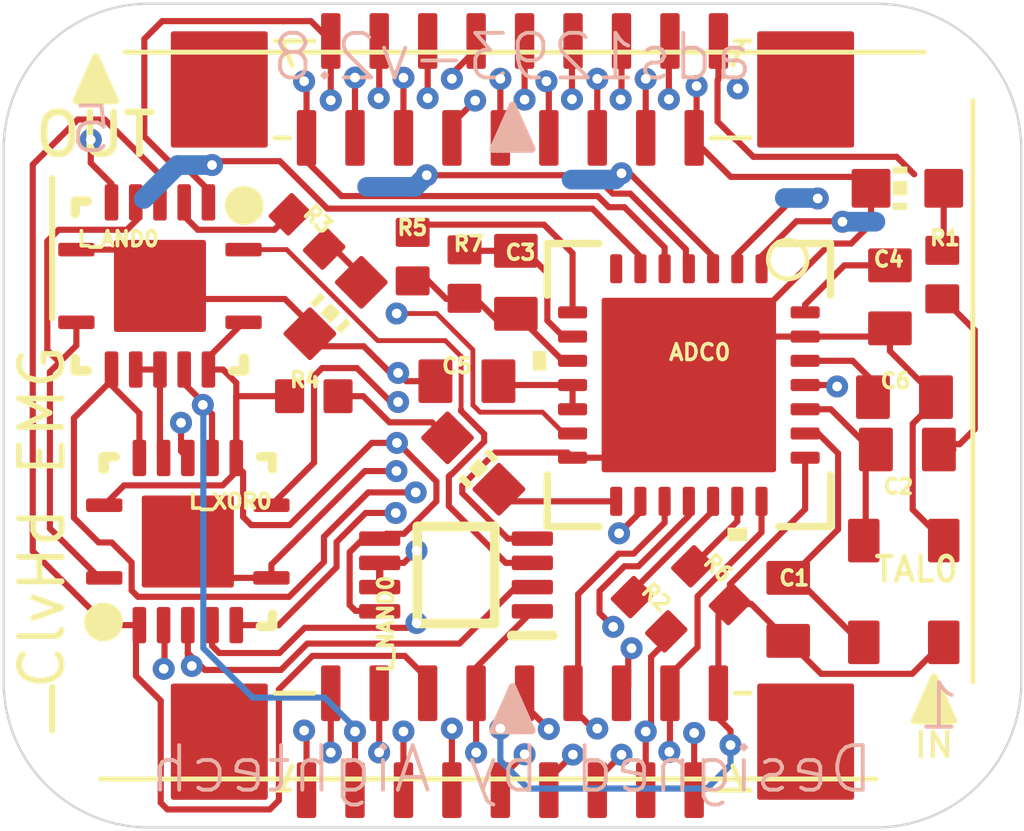
<source format=kicad_pcb>
(kicad_pcb (version 20211014) (generator pcbnew)
  (layers (0 "F.Cu" signal) (1 "In1.Cu" signal) (2 "In2.Cu" signal) (31 "B.Cu" signal) (34 "B.Paste" user) (35 "F.Paste" user) (36 "B.SilkS" user "B.Silkscreen") (37 "F.SilkS" user "F.Silkscreen") (38 "B.Mask" user) (39 "F.Mask" user) (44 "Edge.Cuts" user))
  (net 0 "")
  (net 1 "IN4")
  (net 2 "IN6")
  (net 3 "CS")
  (net 4 "DOUT")
  (net 5 "DIN")
  (net 6 "IN3")
  (net 7 "IN5")
  (net 8 "SCLK")
  (net 9 "IN1")
  (net 10 "VDD")
  (net 11 "ALARMB")
  (net 12 "N$3")
  (net 13 "DRDYB")
  (net 14 "N$4")
  (net 15 "N$8")
  (net 16 "CLK")
  (net 17 "WCT")
  (net 18 "RLDOUT")
  (net 19 "RLDREF")
  (net 20 "SYNCB")
  (net 21 "CMOUT")
  (net 22 "N$15")
  (net 23 "N$9")
  (net 24 "GND")
  (net 25 "RST")
  (net 26 "N$2")
  (net 27 "N$6")
  (net 28 "N$5")
  (net 29 "IN2")
  (net 30 "A1")
  (net 31 "A2")
  (net 32 "N$16")
  (net 33 "A3")
  (net 34 "A0")
  (net 35 "S0")
  (net 36 "S1")
  (net 37 "S2")
  (net 38 "S3")
  (net 39 "N$13")
  (net 40 "N$11")
  (net 41 "GPIO1")
  (net 42 "N$1")
  (net 43 "N$7")
  (footprint "clvHd_EMG:CHIP-LED0603" (layer "F.Cu") (at 156.6511 100.3136 90)
    (fp_text reference "L1" hide)
    (fp_text value "Green")
  )
  (footprint "clvHd_EMG:R0402" (layer "F.Cu") (at 144.4011 104.6036 180)
    (fp_text reference "R4")
    (fp_text value "51" hide)
  )
  (footprint "clvHd_EMG:CHIP-LED0603" (layer "F.Cu") (at 144.8511 102.7836 135)
    (fp_text reference "L3" hide)
    (fp_text value "White")
  )
  (footprint "clvHd_EMG:R0402" (layer "F.Cu") (at 144.2611 101.2036 135)
    (fp_text reference "R3")
    (fp_text value "51" hide)
  )
  (footprint "clvHd_EMG:X05C2018TZ" (layer "F.Cu") (at 148.5011 98.2736 -90)
    (fp_text reference "UNK2" hide)
    (fp_text value "X05C2018TZ" hide)
  )
  (footprint "clvHd_EMG:R0402" (layer "F.Cu") (at 152.6011 108.5036 -45)
    (fp_text reference "R6")
    (fp_text value "1M" hide)
  )
  (footprint "clvHd_EMG:R0402" (layer "F.Cu") (at 151.3211 109.1036 -45)
    (fp_text reference "R2")
    (fp_text value "51" hide)
  )
  (footprint "clvHd_EMG:VQFN-14-CUSTOM" (layer "F.Cu") (at 141.2261 102.3286 180)
    (fp_text reference "L_AND0")
    (fp_text value "SN74ALVC08")
  )
  (footprint "clvHd_EMG:C0402" (layer "F.Cu") (at 156.2911 102.5536 -90)
    (fp_text reference "C4")
    (fp_text value "100nF" hide)
  )
  (footprint "clvHd_EMG:X05C2018TZ" (layer "F.Cu") (at 148.5011 111.7336 90)
    (fp_text reference "UNK1" hide)
    (fp_text value "X05C2018TZ" hide)
  )
  (footprint "" (layer "F.Cu") (at 157.0011 98.5036)
    (fp_text reference "@HOLE1" hide)
    (fp_text value "")
  )
  (footprint "clvHd_EMG:C0402" (layer "F.Cu") (at 154.1911 109.0036 90)
    (fp_text reference "C1")
    (fp_text value "22pF" hide)
  )
  (footprint "clvHd_EMG:VQFN-14-CUSTOM" (layer "F.Cu") (at 141.8011 107.6036)
    (fp_text reference "L_XOR0")
    (fp_text value "SN74LVC86")
  )
  (footprint "clvHd_EMG:RSG28_3P6X3P6_TEX" (layer "F.Cu") (at 152.1411 104.3736 -90)
    (fp_text reference "ADC0")
    (fp_text value "ADS1293CISQ/NOPB" hide)
  )
  (footprint "clvHd_EMG:VSSOP" (layer "F.Cu") (at 147.3361 108.2936 180)
    (fp_text reference "L_NAND0")
    (fp_text value "SN74AUP2G00")
  )
  (footprint "clvHd_EMG:C0402" (layer "F.Cu") (at 147.5611 104.2936 180)
    (fp_text reference "C5")
    (fp_text value "100nF" hide)
  )
  (footprint "" (layer "F.Cu") (at 140.0011 111.5036)
    (fp_text reference "@HOLE0" hide)
    (fp_text value "")
  )
  (footprint "clvHd_EMG:C0402" (layer "F.Cu") (at 156.5911 104.6236)
    (fp_text reference "C6")
    (fp_text value "1uF" hide)
  )
  (footprint "clvHd_EMG:R0402" (layer "F.Cu") (at 147.5111 102.0836 -90)
    (fp_text reference "R7")
    (fp_text value "10M" hide)
  )
  (footprint "clvHd_EMG:C0402" (layer "F.Cu") (at 156.6511 105.7036 180)
    (fp_text reference "C2")
    (fp_text value "22pF" hide)
  )
  (footprint "clvHd_EMG:SMD-3225_4P" (layer "F.Cu") (at 156.5761 108.6336 90)
    (fp_text reference "TAL0")
    (fp_text value "C387328 " hide)
  )
  (footprint "clvHd_EMG:R0402" (layer "F.Cu") (at 146.4411 101.7236 -90)
    (fp_text reference "R5")
    (fp_text value "10k" hide)
  )
  (footprint "clvHd_EMG:R0402" (layer "F.Cu") (at 157.3711 102.0936 90)
    (fp_text reference "R1")
    (fp_text value "51" hide)
  )
  (footprint "clvHd_EMG:C0402" (layer "F.Cu") (at 148.5711 102.2536 90)
    (fp_text reference "C3")
    (fp_text value "1nF" hide)
  )
  (footprint "clvHd_EMG:CHIP-LED0603" (layer "F.Cu") (at 147.6911 105.9936 -135)
    (fp_text reference "L2" hide)
    (fp_text value "Red")
  )
  (gr_line (start 148.1011 99.5036) (end 148.2011 99.5036) (layer "B.SilkS") (width 0.1524))
  (gr_line (start 148.9011 99.5036) (end 148.5011 98.6036) (layer "B.SilkS") (width 0.1524))
  (gr_line (start 148.3011 99.5036) (end 148.6011 98.9036) (layer "B.SilkS") (width 0.1524))
  (gr_line (start 148.5011 110.7036) (end 148.3011 111.5036) (layer "B.SilkS") (width 0.1524))
  (gr_line (start 148.6011 111.5036) (end 148.9011 111.5036) (layer "B.SilkS") (width 0.1524))
  (gr_line (start 148.6011 111.5036) (end 148.8011 111.3036) (layer "B.SilkS") (width 0.1524))
  (gr_line (start 148.6011 110.9036) (end 148.4011 111.5036) (layer "B.SilkS") (width 0.1524))
  (gr_line (start 148.1011 111.5036) (end 148.5011 110.6036) (layer "B.SilkS") (width 0.1524))
  (gr_line (start 148.7011 99.1036) (end 148.6011 99.5036) (layer "B.SilkS") (width 0.1524))
  (gr_line (start 148.9011 111.5036) (end 148.5011 110.6036) (layer "B.SilkS") (width 0.1524))
  (gr_line (start 148.3011 111.5036) (end 148.6011 110.9036) (layer "B.SilkS") (width 0.1524))
  (gr_line (start 148.2011 111.5036) (end 148.3011 111.5036) (layer "B.SilkS") (width 0.1524))
  (gr_line (start 148.3011 99.5036) (end 148.4011 99.5036) (layer "B.SilkS") (width 0.1524))
  (gr_line (start 148.7011 111.1036) (end 148.6011 111.5036) (layer "B.SilkS") (width 0.1524))
  (gr_line (start 148.6011 99.5036) (end 148.9011 99.5036) (layer "B.SilkS") (width 0.1524))
  (gr_line (start 148.6011 99.5036) (end 148.8011 99.3036) (layer "B.SilkS") (width 0.1524))
  (gr_line (start 148.1011 99.5036) (end 148.5011 98.6036) (layer "B.SilkS") (width 0.1524))
  (gr_line (start 148.5011 98.7036) (end 148.3011 99.5036) (layer "B.SilkS") (width 0.1524))
  (gr_line (start 148.2011 111.5036) (end 148.5011 110.7036) (layer "B.SilkS") (width 0.1524))
  (gr_line (start 148.6011 98.9036) (end 148.4011 99.5036) (layer "B.SilkS") (width 0.1524))
  (gr_line (start 148.3011 111.5036) (end 148.4011 111.5036) (layer "B.SilkS") (width 0.1524))
  (gr_line (start 148.4011 99.5036) (end 148.6011 99.5036) (layer "B.SilkS") (width 0.1524))
  (gr_line (start 148.4011 111.5036) (end 148.7011 111.1036) (layer "B.SilkS") (width 0.1524))
  (gr_line (start 148.1011 111.5036) (end 148.2011 111.5036) (layer "B.SilkS") (width 0.1524))
  (gr_line (start 148.4011 99.5036) (end 148.7011 99.1036) (layer "B.SilkS") (width 0.1524))
  (gr_line (start 148.4011 111.5036) (end 148.6011 111.5036) (layer "B.SilkS") (width 0.1524))
  (gr_line (start 148.2011 99.5036) (end 148.3011 99.5036) (layer "B.SilkS") (width 0.1524))
  (gr_line (start 148.2011 99.5036) (end 148.5011 98.7036) (layer "B.SilkS") (width 0.1524))
  (gr_line (start 157.0011 97.5036) (end 140.5011 97.5036) (layer "F.SilkS") (width 0.1016))
  (gr_line (start 140.0011 112.5036) (end 156.0011 112.5036) (layer "F.SilkS") (width 0.1016))
  (gr_line (start 157.4011 110.9036) (end 157.3011 111.3036) (layer "F.SilkS") (width 0.1524))
  (gr_line (start 157.6011 111.3036) (end 157.2011 110.4036) (layer "F.SilkS") (width 0.1524))
  (gr_line (start 139.5011 98.5036) (end 139.6011 98.5036) (layer "F.SilkS") (width 0.1524))
  (gr_line (start 140.0011 97.9036) (end 139.8011 98.5036) (layer "F.SilkS") (width 0.1524))
  (gr_line (start 156.8011 111.3036) (end 157.2011 110.4036) (layer "F.SilkS") (width 0.1524))
  (gr_line (start 157.1011 111.3036) (end 157.3011 111.3036) (layer "F.SilkS") (width 0.1524))
  (gr_circle (center 154.1811 101.7836) (end 154.5811 101.7836) (layer "F.SilkS") (width 0) (fill none))
  (gr_line (start 140.0011 98.5036) (end 140.2011 98.3036) (layer "F.SilkS") (width 0.1524))
  (gr_line (start 139.8011 98.5036) (end 140.0011 98.5036) (layer "F.SilkS") (width 0.1524))
  (gr_line (start 157.0011 111.3036) (end 157.3011 110.7036) (layer "F.SilkS") (width 0.1524))
  (gr_line (start 140.1011 98.1036) (end 140.0011 98.5036) (layer "F.SilkS") (width 0.1524))
  (gr_line (start 157.0011 111.3036) (end 157.1011 111.3036) (layer "F.SilkS") (width 0.1524))
  (gr_line (start 157.2011 110.5036) (end 157.0011 111.3036) (layer "F.SilkS") (width 0.1524))
  (gr_line (start 157.3011 111.3036) (end 157.6011 111.3036) (layer "F.SilkS") (width 0.1524))
  (gr_line (start 139.7011 98.5036) (end 139.8011 98.5036) (layer "F.SilkS") (width 0.1524))
  (gr_line (start 139.6011 98.5036) (end 139.7011 98.5036) (layer "F.SilkS") (width 0.1524))
  (gr_line (start 140.0011 98.5036) (end 140.3011 98.5036) (layer "F.SilkS") (width 0.1524))
  (gr_line (start 139.5011 98.5036) (end 139.9011 97.6036) (layer "F.SilkS") (width 0.1524))
  (gr_line (start 139.0011 100.1036) (end 139.0011 103.0036) (layer "F.SilkS") (width 0.127))
  (gr_line (start 139.0011 110.6036) (end 139.0011 111.5036) (layer "F.SilkS") (width 0.127))
  (gr_line (start 139.8011 98.5036) (end 140.1011 98.1036) (layer "F.SilkS") (width 0.1524))
  (gr_line (start 157.1011 111.3036) (end 157.4011 110.9036) (layer "F.SilkS") (width 0.1524))
  (gr_line (start 140.3011 98.5036) (end 139.9011 97.6036) (layer "F.SilkS") (width 0.1524))
  (gr_line (start 156.9011 111.3036) (end 157.0011 111.3036) (layer "F.SilkS") (width 0.1524))
  (gr_line (start 156.8011 111.3036) (end 156.9011 111.3036) (layer "F.SilkS") (width 0.1524))
  (gr_line (start 158.0011 110.5036) (end 158.0011 98.5036) (layer "F.SilkS") (width 0.1016))
  (gr_line (start 157.3011 111.3036) (end 157.5011 111.1036) (layer "F.SilkS") (width 0.1524))
  (gr_line (start 157.3011 110.7036) (end 157.1011 111.3036) (layer "F.SilkS") (width 0.1524))
  (gr_line (start 139.6011 98.5036) (end 139.9011 97.7036) (layer "F.SilkS") (width 0.1524))
  (gr_line (start 139.9011 97.7036) (end 139.7011 98.5036) (layer "F.SilkS") (width 0.1524))
  (gr_line (start 139.7011 98.5036) (end 140.0011 97.9036) (layer "F.SilkS") (width 0.1524))
  (gr_line (start 156.9011 111.3036) (end 157.2011 110.5036) (layer "F.SilkS") (width 0.1524))
  (gr_line (start 138.0011 99.5036) (end 138.0011 110.5036) (layer "Edge.Cuts") (width 0.05))
  (gr_arc (start 138.0011 99.5036) (mid 138.87978 97.38228) (end 141.0011 96.5036) (layer "Edge.Cuts") (width 0.05))
  (gr_line (start 156.0011 96.5036) (end 141.0011 96.5036) (layer "Edge.Cuts") (width 0.05))
  (gr_arc (start 159.0011 110.5036) (mid 158.12242 112.62492) (end 156.0011 113.5036) (layer "Edge.Cuts") (width 0.05))
  (gr_line (start 159.0011 110.5036) (end 159.0011 99.5036) (layer "Edge.Cuts") (width 0.05))
  (gr_arc (start 141.0011 113.5036) (mid 138.87978 112.62492) (end 138.0011 110.5036) (layer "Edge.Cuts") (width 0.05))
  (gr_arc (start 156.0011 96.5036) (mid 158.12242 97.38228) (end 159.0011 99.5036) (layer "Edge.Cuts") (width 0.05))
  (gr_line (start 141.0011 113.5036) (end 156.0011 113.5036) (layer "Edge.Cuts") (width 0.05))
  (gr_text "5" (at 139.8011 99.1036) (layer "B.SilkS") (effects (font (size 0.92 0.92) (thickness 0.08)) (justify mirror)))
  (gr_text "ads1293-v2.8" (at 148.5011 97.6036) (layer "B.SilkS") (effects (font (size 0.92 0.92) (thickness 0.08)) (justify mirror)))
  (gr_text "Designed by Aightech" (at 156.0011 112.3036) (layer "B.SilkS") (effects (font (size 0.92 0.92) (thickness 0.08)) (justify left mirror)))
  (gr_text "1" (at 157.3011 111.0036) (layer "B.SilkS") (effects (font (size 0.92 0.92) (thickness 0.08)) (justify mirror)))
  (gr_text "IN" (at 157.2011 111.5036) (layer "F.SilkS") (effects (font (size 0.516 0.516) (thickness 0.084)) (justify top)))
  (gr_text "OUT" (at 139.9011 98.7036) (layer "F.SilkS") (effects (font (size 0.86 0.86) (thickness 0.14)) (justify top)))
  (gr_text "ClvHd EMG" (at 138.2811 103.4836 90) (layer "F.SilkS") (effects (font (size 0.88 0.88) (thickness 0.12)) (justify right top)))
  (segment (start 152.0811 101.5736) (end 150.9311 100.4236) (width 0.127) (layer "F.Cu") (net 1))
  (segment (start 150.9311 100.4236) (end 150.5711 100.4236) (width 0.127) (layer "F.Cu") (net 1))
  (segment (start 150.5711 100.4236) (end 150.1911 100.0436) (width 0.127) (layer "F.Cu") (net 1))
  (segment (start 152.1411 101.9736) (end 152.0811 101.9736) (width 0.127) (layer "F.Cu") (net 1))
  (segment (start 152.0811 101.9736) (end 152.0811 101.5736) (width 0.127) (layer "F.Cu") (net 1))
  (segment (start 150.1911 100.0436) (end 146.7311 100.0436) (width 0.127) (layer "F.Cu") (net 1))
  (via (at 146.7311 100.0436) (size 0.454) (drill 0.2) (layers "F.Cu" "B.Cu") (net 1))
  (segment (start 146.4911 100.2836) (end 145.5011 100.2836) (width 0.4064) (layer "B.Cu") (net 1))
  (segment (start 146.7311 100.0436) (end 146.4911 100.2836) (width 0.4064) (layer "B.Cu") (net 1))
  (segment (start 142.3011 99.8336) (end 142.3811 99.7536) (width 0.127) (layer "F.Cu") (net 2))
  (segment (start 151.1411 101.7236) (end 150.1506 100.7331) (width 0.127) (layer "F.Cu") (net 2))
  (segment (start 143.7011 99.7536) (end 144.6806 100.7331) (width 0.127) (layer "F.Cu") (net 2))
  (segment (start 142.3811 99.7536) (end 143.7011 99.7536) (width 0.127) (layer "F.Cu") (net 2))
  (segment (start 150.1506 100.7331) (end 144.6806 100.7331) (width 0.127) (layer "F.Cu") (net 2))
  (segment (start 151.1411 101.9736) (end 151.1411 101.7236) (width 0.127) (layer "F.Cu") (net 2))
  (via (at 142.3011 99.8336) (size 0.454) (drill 0.2) (layers "F.Cu" "B.Cu") (net 2))
  (segment (start 141.5911 99.8336) (end 140.8911 100.5336) (width 0.4064) (layer "B.Cu") (net 2))
  (segment (start 142.3011 99.8336) (end 141.5911 99.8336) (width 0.4064) (layer "B.Cu") (net 2))
  (segment (start 146.5211 107.7936) (end 146.5111 107.7936) (width 0.127) (layer "F.Cu") (net 3))
  (segment (start 146.2611 108.0436) (end 145.7611 108.0436) (width 0.127) (layer "F.Cu") (net 3))
  (segment (start 145.7611 108.5436) (end 145.7611 108.0436) (width 0.1524) (layer "F.Cu") (net 3))
  (segment (start 151.1411 106.9936) (end 150.7011 107.4336) (width 0.127) (layer "F.Cu") (net 3))
  (segment (start 146.5111 107.7936) (end 146.2611 108.0436) (width 0.127) (layer "F.Cu") (net 3))
  (segment (start 151.1411 106.7736) (end 151.1411 106.9936) (width 0.127) (layer "F.Cu") (net 3))
  (via (at 150.7011 107.4336) (size 0.454) (drill 0.2) (layers "F.Cu" "B.Cu") (net 3))
  (via (at 146.5211 107.7936) (size 0.454) (drill 0.2) (layers "F.Cu" "B.Cu") (net 3))
  (segment (start 151.674653 109.457157) (end 151.674653 109.667157) (width 0.127) (layer "F.Cu") (net 4))
  (segment (start 151.3611 109.98071) (end 151.3611 111.4136) (width 0.127) (layer "F.Cu") (net 4))
  (segment (start 151.2511 99.2736) (end 151.2511 98.0536) (width 0.127) (layer "F.Cu") (net 4))
  (segment (start 151.674653 109.667157) (end 151.3611 109.98071) (width 0.127) (layer "F.Cu") (net 4))
  (segment (start 151.2511 111.5236) (end 151.3611 111.4136) (width 0.127) (layer "F.Cu") (net 4))
  (segment (start 151.2511 112.7336) (end 151.2511 111.5236) (width 0.127) (layer "F.Cu") (net 4))
  (via (at 151.2511 111.5236) (size 0.454) (drill 0.2) (layers "F.Cu" "B.Cu") (net 4))
  (via (at 151.2511 98.0536) (size 0.454) (drill 0.2) (layers "F.Cu" "B.Cu") (net 4))
  (segment (start 150.5811 109.3636) (end 150.297428 109.079929) (width 0.127) (layer "F.Cu") (net 5))
  (segment (start 150.7511 112.0036) (end 150.2511 112.5036) (width 0.127) (layer "F.Cu") (net 5))
  (segment (start 150.2511 112.5036) (end 150.2511 112.7336) (width 0.127) (layer "F.Cu") (net 5))
  (segment (start 152.1411 107.0736) (end 151.101109 108.113591) (width 0.127) (layer "F.Cu") (net 5))
  (segment (start 150.297428 109.079929) (end 150.297428 108.627272) (width 0.127) (layer "F.Cu") (net 5))
  (segment (start 150.2511 98.0536) (end 150.2511 99.2736) (width 0.127) (layer "F.Cu") (net 5))
  (segment (start 152.1411 107.0736) (end 152.1411 106.7736) (width 0.127) (layer "F.Cu") (net 5))
  (segment (start 151.101109 108.113591) (end 150.811109 108.113591) (width 0.127) (layer "F.Cu") (net 5))
  (segment (start 150.297428 108.627272) (end 150.811109 108.113591) (width 0.127) (layer "F.Cu") (net 5))
  (via (at 150.2511 98.0536) (size 0.454) (drill 0.2) (layers "F.Cu" "B.Cu") (net 5))
  (via (at 150.7511 112.0036) (size 0.454) (drill 0.2) (layers "F.Cu" "B.Cu") (net 5))
  (via (at 150.5811 109.3636) (size 0.454) (drill 0.2) (layers "F.Cu" "B.Cu") (net 5))
  (segment (start 152.6411 101.9736) (end 152.6411 101.7236) (width 0.127) (layer "F.Cu") (net 6))
  (segment (start 150.9211 100.0036) (end 150.7511 100.0036) (width 0.127) (layer "F.Cu") (net 6))
  (segment (start 152.6411 101.7236) (end 150.9211 100.0036) (width 0.127) (layer "F.Cu") (net 6))
  (via (at 150.7511 100.0036) (size 0.454) (drill 0.2) (layers "F.Cu" "B.Cu") (net 6))
  (segment (start 150.7511 100.0036) (end 150.6211 100.1336) (width 0.4064) (layer "B.Cu") (net 6))
  (segment (start 150.6211 100.1336) (end 149.7211 100.1336) (width 0.4064) (layer "B.Cu") (net 6))
  (segment (start 144.2511 99.7536) (end 144.2511 99.2736) (width 0.127) (layer "F.Cu") (net 7))
  (segment (start 151.6411 101.9736) (end 151.6411 101.5336) (width 0.127) (layer "F.Cu") (net 7))
  (segment (start 144.9711 100.4736) (end 144.2511 99.7536) (width 0.127) (layer "F.Cu") (net 7))
  (segment (start 144.2511 98.1536) (end 144.2511 99.2736) (width 0.127) (layer "F.Cu") (net 7))
  (segment (start 144.2511 112.7336) (end 144.2511 111.5536) (width 0.127) (layer "F.Cu") (net 7))
  (segment (start 144.2011 98.1036) (end 144.2511 98.1536) (width 0.127) (layer "F.Cu") (net 7))
  (segment (start 144.2511 111.5536) (end 144.2011 111.5036) (width 0.127) (layer "F.Cu") (net 7))
  (segment (start 150.4911 100.7036) (end 150.2611 100.4736) (width 0.127) (layer "F.Cu") (net 7))
  (segment (start 151.6411 101.5336) (end 150.8111 100.7036) (width 0.127) (layer "F.Cu") (net 7))
  (segment (start 150.8111 100.7036) (end 150.4911 100.7036) (width 0.127) (layer "F.Cu") (net 7))
  (segment (start 150.2611 100.4736) (end 144.9711 100.4736) (width 0.127) (layer "F.Cu") (net 7))
  (via (at 144.2011 111.5036) (size 0.454) (drill 0.2) (layers "F.Cu" "B.Cu") (net 7))
  (via (at 144.2011 98.1036) (size 0.454) (drill 0.2) (layers "F.Cu" "B.Cu") (net 7))
  (segment (start 151.001106 107.853594) (end 150.692487 107.853594) (width 0.127) (layer "F.Cu") (net 8))
  (segment (start 150.1611 111.4636) (end 149.7511 111.0536) (width 0.127) (layer "F.Cu") (net 8))
  (segment (start 149.728915 98.475785) (end 149.728915 97.395785) (width 0.127) (layer "F.Cu") (net 8))
  (segment (start 150.2511 111.4636) (end 150.1611 111.4636) (width 0.127) (layer "F.Cu") (net 8))
  (segment (start 149.7511 110.7336) (end 149.7511 111.0536) (width 0.127) (layer "F.Cu") (net 8))
  (segment (start 151.6411 107.2136) (end 151.001106 107.853594) (width 0.127) (layer "F.Cu") (net 8))
  (segment (start 151.6411 106.7736) (end 151.6411 107.2136) (width 0.127) (layer "F.Cu") (net 8))
  (segment (start 150.692487 107.853594) (end 149.8566 108.689482) (width 0.127) (layer "F.Cu") (net 8))
  (segment (start 149.8566 108.689482) (end 149.8566 110.6281) (width 0.127) (layer "F.Cu") (net 8))
  (segment (start 149.8566 110.6281) (end 149.7511 110.7336) (width 0.127) (layer "F.Cu") (net 8))
  (segment (start 149.728915 97.395785) (end 149.8011 97.3236) (width 0.127) (layer "F.Cu") (net 8))
  (segment (start 149.8011 97.3236) (end 149.7511 97.2736) (width 0.127) (layer "F.Cu") (net 8))
  (via (at 149.728915 98.475785) (size 0.454) (drill 0.2) (layers "F.Cu" "B.Cu") (net 8))
  (via (at 150.2511 111.4636) (size 0.454) (drill 0.2) (layers "F.Cu" "B.Cu") (net 8))
  (segment (start 155.3011 100.9936) (end 154.3611 100.9936) (width 0.127) (layer "F.Cu") (net 9))
  (segment (start 155.3111 101.0036) (end 155.3011 100.9936) (width 0.127) (layer "F.Cu") (net 9))
  (segment (start 153.6411 101.9736) (end 153.6411 101.7136) (width 0.127) (layer "F.Cu") (net 9))
  (segment (start 154.3611 100.9936) (end 153.6411 101.7136) (width 0.127) (layer "F.Cu") (net 9))
  (via (at 155.3111 101.0036) (size 0.454) (drill 0.2) (layers "F.Cu" "B.Cu") (net 9))
  (segment (start 155.3111 101.0036) (end 155.9911 101.0036) (width 0.4064) (layer "B.Cu") (net 9))
  (segment (start 153.111693 99.3036) (end 153.1011 99.3036) (width 0.127) (layer "F.Cu") (net 10))
  (segment (start 142.8011 105.8786) (end 142.8011 106.034194) (width 0.127) (layer "F.Cu") (net 10))
  (segment (start 142.5261 104.0536) (end 142.2261 104.0536) (width 0.127) (layer "F.Cu") (net 10))
  (segment (start 153.0011 111.8036) (end 153.0011 111.5036) (width 0.127) (layer "F.Cu") (net 10))
  (segment (start 158.0416 103.2441) (end 158.0416 105.282507) (width 0.127) (layer "F.Cu") (net 10))
  (segment (start 153.0011 111.5036) (end 152.7511 111.2536) (width 0.127) (layer "F.Cu") (net 10))
  (segment (start 152.990006 108.484694) (end 152.990006 108.89251) (width 0.127) (layer "F.Cu") (net 10))
  (segment (start 154.1911 109.6536) (end 154.8711 110.3336) (width 0.127) (layer "F.Cu") (net 10))
  (segment (start 146.116325 105.5676) (end 146.1351 105.5676) (width 0.127) (layer "F.Cu") (net 10))
  (segment (start 154.5411 106.9336) (end 152.990006 108.484694) (width 0.127) (layer "F.Cu") (net 10))
  (segment (start 143.9011 104.6036) (end 142.8011 104.6036) (width 0.127) (layer "F.Cu") (net 10))
  (segment (start 152.7511 109.131416) (end 152.7511 110.7336) (width 0.127) (layer "F.Cu") (net 10))
  (segment (start 157.3011 105.7036) (end 157.6011 105.7036) (width 0.127) (layer "F.Cu") (net 10))
  (segment (start 153.1011 99.3036) (end 152.7336 98.9361) (width 0.127) (layer "F.Cu") (net 10))
  (segment (start 142.7816 106.182507) (end 142.7816 105.8981) (width 0.127) (layer "F.Cu") (net 10))
  (segment (start 145.1406 107.824694) (end 145.1406 108.912507) (width 0.127) (layer "F.Cu") (net 10))
  (segment (start 145.7611 107.5436) (end 145.8011 107.5436) (width 0.127) (layer "F.Cu") (net 10))
  (segment (start 143.1111 107.2636) (end 143.9011 107.2636) (width 0.127) (layer "F.Cu") (net 10))
  (segment (start 145.7516 109.0341) (end 145.262193 109.0341) (width 0.127) (layer "F.Cu") (net 10))
  (segment (start 153.472193 99.6641) (end 153.111693 99.3036) (width 0.127) (layer "F.Cu") (net 10))
  (segment (start 145.9011 107.4436) (end 145.8011 107.5436) (width 0.127) (layer "F.Cu") (net 10))
  (segment (start 156.7511 110.3336) (end 154.8711 110.3336) (width 0.127) (layer "F.Cu") (net 10))
  (segment (start 153.430009 108.89251) (end 152.990006 108.89251) (width 0.127) (layer "F.Cu") (net 10))
  (segment (start 142.9511 103.0786) (end 142.2261 103.8036) (width 0.127) (layer "F.Cu") (net 10))
  (segment (start 152.7336 98.9361) (end 152.7336 98.080663) (width 0.127) (layer "F.Cu") (net 10))
  (segment (start 142.8011 106.034194) (end 142.9416 106.174694) (width 0.127) (layer "F.Cu") (net 10))
  (segment (start 156.431006 99.6641) (end 153.472193 99.6641) (width 0.127) (layer "F.Cu") (net 10))
  (segment (start 146.9311 106.3636) (end 146.1351 105.5676) (width 0.127) (layer "F.Cu") (net 10))
  (segment (start 140.4856 106.4441) (end 142.520006 106.4441) (width 0.127) (layer "F.Cu") (net 10))
  (segment (start 142.8011 105.8786) (end 142.8011 104.3286) (width 0.127) (layer "F.Cu") (net 10))
  (segment (start 145.402193 107.5631) (end 145.1406 107.824694) (width 0.127) (layer "F.Cu") (net 10))
  (segment (start 146.2611 107.4436) (end 145.9011 107.4436) (width 0.127) (layer "F.Cu") (net 10))
  (segment (start 142.8011 105.8786) (end 142.8011 104.6036) (width 0.127) (layer "F.Cu") (net 10))
  (segment (start 142.2261 103.8036) (end 142.2261 104.0536) (width 0.127) (layer "F.Cu") (net 10))
  (segment (start 156.7511 110.3336) (end 157.4011 109.6836) (width 0.127) (layer "F.Cu") (net 10))
  (segment (start 157.730006 105.5941) (end 158.0416 105.282507) (width 0.127) (layer "F.Cu") (net 10))
  (segment (start 152.990006 108.89251) (end 152.7511 109.131416) (width 0.127) (layer "F.Cu") (net 10))
  (segment (start 152.7336 98.080663) (end 152.7511 98.063163) (width 0.127) (layer "F.Cu") (net 10))
  (segment (start 145.262193 109.0341) (end 145.1406 108.912507) (width 0.127) (layer "F.Cu") (net 10))
  (segment (start 142.7816 105.8981) (end 142.8011 105.8786) (width 0.127) (layer "F.Cu") (net 10))
  (segment (start 146.116325 105.5676) (end 145.5971 105.5676) (width 0.127) (layer "F.Cu") (net 10))
  (segment (start 145.7106 107.5631) (end 145.402193 107.5631) (width 0.127) (layer "F.Cu") (net 10))
  (segment (start 157.4106 105.5941) (end 157.3011 105.7036) (width 0.127) (layer "F.Cu") (net 10))
  (segment (start 152.7511 111.2536) (end 152.7511 110.7336) (width 0.127) (layer "F.Cu") (net 10))
  (segment (start 142.520006 106.4441) (end 142.7816 106.182507) (width 0.127) (layer "F.Cu") (net 10))
  (segment (start 157.3711 102.5936) (end 157.3911 102.5936) (width 0.127) (layer "F.Cu") (net 10))
  (segment (start 145.7611 109.0436) (end 145.7516 109.0341) (width 0.1) (layer "F.Cu") (net 10))
  (segment (start 152.7511 98.063163) (end 152.7511 97.2736) (width 0.127) (layer "F.Cu") (net 10))
  (segment (start 157.3911 102.5936) (end 158.0416 103.2441) (width 0.127) (layer "F.Cu") (net 10))
  (segment (start 157.730006 105.5941) (end 157.4106 105.5941) (width 0.127) (layer "F.Cu") (net 10))
  (segment (start 154.5411 105.8736) (end 154.5411 106.9336) (width 0.127) (layer "F.Cu") (net 10))
  (segment (start 154.5411 102.7136) (end 154.5411 102.8736) (width 0.127) (layer "F.Cu") (net 10))
  (segment (start 146.9311 106.3636) (end 146.9311 106.7736) (width 0.127) (layer "F.Cu") (net 10))
  (segment (start 145.7301 107.5436) (end 145.7106 107.5631) (width 0.127) (layer "F.Cu") (net 10))
  (segment (start 145.7611 107.5436) (end 145.7301 107.5436) (width 0.127) (layer "F.Cu") (net 10))
  (segment (start 142.9416 107.0941) (end 143.1111 107.2636) (width 0.127) (layer "F.Cu") (net 10))
  (segment (start 142.9416 106.174694) (end 142.9416 107.0941) (width 0.127) (layer "F.Cu") (net 10))
  (segment (start 146.9311 106.7736) (end 146.2611 107.4436) (width 0.127) (layer "F.Cu") (net 10))
  (segment (start 142.8011 104.3286) (end 142.5261 104.0536) (width 0.127) (layer "F.Cu") (net 10))
  (segment (start 145.5971 105.5676) (end 143.9011 107.2636) (width 0.127) (layer "F.Cu") (net 10))
  (segment (start 156.2911 101.9036) (end 155.3511 101.9036) (width 0.127) (layer "F.Cu") (net 10))
  (segment (start 153.430009 108.89251) (end 154.1911 109.6536) (width 0.127) (layer "F.Cu") (net 10))
  (segment (start 140.0761 106.8536) (end 140.4856 106.4441) (width 0.127) (layer "F.Cu") (net 10))
  (segment (start 155.3511 101.9036) (end 154.5411 102.7136) (width 0.127) (layer "F.Cu") (net 10))
  (segment (start 156.7916 100.024694) (end 156.431006 99.6641) (width 0.127) (layer "F.Cu") (net 10))
  (via (at 146.116325 105.5676) (size 0.454) (drill 0.2) (layers "F.Cu" "B.Cu") (net 10))
  (via (at 153.0011 111.8036) (size 0.454) (drill 0.2) (layers "F.Cu" "B.Cu") (net 10))
  (via (at 148.2511 111.4636) (size 0.454) (drill 0.2) (layers "F.Cu" "B.Cu") (net 10))
  (segment (start 153.0011 112.2136) (end 153.0011 111.8036) (width 0.127) (layer "B.Cu") (net 10))
  (segment (start 148.2511 111.4636) (end 148.2511 112.1236) (width 0.127) (layer "B.Cu") (net 10))
  (segment (start 148.8286 112.7011) (end 148.2511 112.1236) (width 0.127) (layer "B.Cu") (net 10))
  (segment (start 152.5136 112.7011) (end 148.8286 112.7011) (width 0.127) (layer "B.Cu") (net 10))
  (segment (start 153.0011 112.2136) (end 152.5136 112.7011) (width 0.127) (layer "B.Cu") (net 10))
  (segment (start 150.6411 106.7736) (end 148.471096 106.7736) (width 0.127) (layer "F.Cu") (net 11))
  (segment (start 148.471096 106.7736) (end 148.221428 106.523932) (width 0.127) (layer "F.Cu") (net 11))
  (segment (start 152.6411 106.7736) (end 152.6411 106.964157) (width 0.127) (layer "F.Cu") (net 12))
  (segment (start 152.6411 106.964157) (end 150.967543 108.637713) (width 0.127) (layer "F.Cu") (net 12))
  (segment (start 150.967543 108.637713) (end 150.967543 108.750047) (width 0.1524) (layer "F.Cu") (net 12))
  (segment (start 153.1411 106.7736) (end 153.1411 107.185785) (width 0.127) (layer "F.Cu") (net 13))
  (segment (start 153.1411 107.185785) (end 152.21219 108.114694) (width 0.127) (layer "F.Cu") (net 13))
  (segment (start 155.7511 109.6836) (end 155.6811 109.6836) (width 0.127) (layer "F.Cu") (net 14))
  (segment (start 155.6811 109.6836) (end 154.3511 108.3536) (width 0.127) (layer "F.Cu") (net 14))
  (segment (start 154.2211 108.3536) (end 154.1911 108.3536) (width 0.127) (layer "F.Cu") (net 14))
  (segment (start 155.2211 107.3536) (end 154.2211 108.3536) (width 0.127) (layer "F.Cu") (net 14))
  (segment (start 155.2211 105.7836) (end 154.8111 105.3736) (width 0.127) (layer "F.Cu") (net 14))
  (segment (start 154.1911 108.3536) (end 154.3511 108.3536) (width 0.127) (layer "F.Cu") (net 14))
  (segment (start 155.2211 105.7836) (end 155.2211 107.3536) (width 0.127) (layer "F.Cu") (net 14))
  (segment (start 154.5411 105.3736) (end 154.8111 105.3736) (width 0.127) (layer "F.Cu") (net 14))
  (segment (start 156.0011 105.7036) (end 155.9011 105.7036) (width 0.127) (layer "F.Cu") (net 15))
  (segment (start 156.0011 105.7036) (end 155.7911 105.9136) (width 0.127) (layer "F.Cu") (net 15))
  (segment (start 155.0711 104.8736) (end 154.5411 104.8736) (width 0.127) (layer "F.Cu") (net 15))
  (segment (start 155.7911 107.5436) (end 155.7511 107.5836) (width 0.127) (layer "F.Cu") (net 15))
  (segment (start 155.9011 105.7036) (end 155.0711 104.8736) (width 0.127) (layer "F.Cu") (net 15))
  (segment (start 155.7911 105.9136) (end 155.7911 107.5436) (width 0.127) (layer "F.Cu") (net 15))
  (segment (start 152.3211 108.7336) (end 152.3211 109.7836) (width 0.127) (layer "F.Cu") (net 16))
  (segment (start 151.738084 111.944954) (end 151.7511 111.931938) (width 0.127) (layer "F.Cu") (net 16))
  (segment (start 151.7511 110.3536) (end 151.7511 110.7336) (width 0.127) (layer "F.Cu") (net 16))
  (segment (start 151.728915 97.295785) (end 151.7511 97.2736) (width 0.127) (layer "F.Cu") (net 16))
  (segment (start 153.6411 106.7736) (end 153.6411 107.4136) (width 0.127) (layer "F.Cu") (net 16))
  (segment (start 153.6411 107.4136) (end 152.3211 108.7336) (width 0.127) (layer "F.Cu") (net 16))
  (segment (start 151.728915 98.475785) (end 151.728915 97.295785) (width 0.127) (layer "F.Cu") (net 16))
  (segment (start 151.7511 111.931938) (end 151.7511 110.7336) (width 0.127) (layer "F.Cu") (net 16))
  (segment (start 152.3211 109.7836) (end 151.7511 110.3536) (width 0.127) (layer "F.Cu") (net 16))
  (via (at 151.738084 111.944954) (size 0.454) (drill 0.2) (layers "F.Cu" "B.Cu") (net 16))
  (via (at 151.728915 98.475785) (size 0.454) (drill 0.2) (layers "F.Cu" "B.Cu") (net 16))
  (segment (start 148.7611 101.6036) (end 148.5711 101.6036) (width 0.127) (layer "F.Cu") (net 18))
  (segment (start 149.5511 103.3736) (end 149.7411 103.3736) (width 0.127) (layer "F.Cu") (net 18))
  (segment (start 148.5711 101.6036) (end 147.5311 101.6036) (width 0.127) (layer "F.Cu") (net 18))
  (segment (start 147.5111 101.5836) (end 147.5311 101.6036) (width 0.127) (layer "F.Cu") (net 18))
  (segment (start 149.2211 102.0636) (end 148.7611 101.6036) (width 0.127) (layer "F.Cu") (net 18))
  (segment (start 149.5511 103.3736) (end 149.2211 103.0436) (width 0.127) (layer "F.Cu") (net 18))
  (segment (start 149.2211 102.0636) (end 149.2211 103.0436) (width 0.127) (layer "F.Cu") (net 18))
  (segment (start 149.7411 104.3736) (end 149.7411 104.8736) (width 0.127) (layer "F.Cu") (net 19))
  (segment (start 148.2111 104.2936) (end 148.2911 104.3736) (width 0.127) (layer "F.Cu") (net 19))
  (segment (start 149.7411 104.3736) (end 148.2911 104.3736) (width 0.127) (layer "F.Cu") (net 19))
  (segment (start 148.7411 110.9636) (end 149.2511 111.4736) (width 0.127) (layer "F.Cu") (net 20))
  (segment (start 146.1111 102.8976) (end 146.9351 102.8976) (width 0.1) (layer "F.Cu") (net 20))
  (segment (start 148.7511 110.7336) (end 148.7411 110.7436) (width 0.127) (layer "F.Cu") (net 20))
  (segment (start 149.7411 105.3736) (end 149.5611 105.3736) (width 0.1) (layer "F.Cu") (net 20))
  (segment (start 148.7511 97.2736) (end 148.7511 98.4836) (width 0.127) (layer "F.Cu") (net 20))
  (segment (start 149.1211 104.9336) (end 147.830781 104.9336) (width 0.1) (layer "F.Cu") (net 20))
  (segment (start 149.5611 105.3736) (end 149.1211 104.9336) (width 0.1) (layer "F.Cu") (net 20))
  (segment (start 147.6841 103.6466) (end 146.9351 102.8976) (width 0.1) (layer "F.Cu") (net 20))
  (segment (start 148.7411 110.7436) (end 148.7411 110.9636) (width 0.127) (layer "F.Cu") (net 20))
  (segment (start 147.6841 104.786919) (end 147.6841 103.6466) (width 0.1) (layer "F.Cu") (net 20))
  (segment (start 147.830781 104.9336) (end 147.6841 104.786919) (width 0.1) (layer "F.Cu") (net 20))
  (via (at 146.1111 102.8976) (size 0.454) (drill 0.2) (layers "F.Cu" "B.Cu") (net 20))
  (via (at 149.2511 111.4736) (size 0.454) (drill 0.2) (layers "F.Cu" "B.Cu") (net 20))
  (via (at 148.7511 98.4836) (size 0.454) (drill 0.2) (layers "F.Cu" "B.Cu") (net 20))
  (segment (start 149.7411 101.6536) (end 149.1511 101.0636) (width 0.127) (layer "F.Cu") (net 21))
  (segment (start 149.7411 102.8736) (end 149.7411 101.6536) (width 0.127) (layer "F.Cu") (net 21))
  (segment (start 146.4411 101.2236) (end 146.6011 101.0636) (width 0.127) (layer "F.Cu") (net 21))
  (segment (start 149.1511 101.0636) (end 146.6011 101.0636) (width 0.127) (layer "F.Cu") (net 21))
  (segment (start 147.1311 102.5936) (end 146.7611 102.2236) (width 0.127) (layer "F.Cu") (net 22))
  (segment (start 147.5111 102.5836) (end 147.5011 102.5936) (width 0.127) (layer "F.Cu") (net 22))
  (segment (start 148.3711 103.1036) (end 148.2511 103.1036) (width 0.127) (layer "F.Cu") (net 22))
  (segment (start 148.3711 103.1036) (end 148.5711 102.9036) (width 0.127) (layer "F.Cu") (net 22))
  (segment (start 148.2511 103.1036) (end 147.7311 102.5836) (width 0.127) (layer "F.Cu") (net 22))
  (segment (start 147.5011 102.5936) (end 147.1311 102.5936) (width 0.127) (layer "F.Cu") (net 22))
  (segment (start 147.7311 102.5836) (end 147.5111 102.5836) (width 0.127) (layer "F.Cu") (net 22))
  (segment (start 149.7411 103.8736) (end 149.5411 103.8736) (width 0.127) (layer "F.Cu") (net 22))
  (segment (start 146.7611 102.2236) (end 146.4411 102.2236) (width 0.127) (layer "F.Cu") (net 22))
  (segment (start 149.5411 103.8736) (end 148.5711 102.9036) (width 0.127) (layer "F.Cu") (net 22))
  (segment (start 155.9411 104.2936) (end 155.5211 103.8736) (width 0.127) (layer "F.Cu") (net 23))
  (segment (start 155.9411 104.6236) (end 155.9411 104.2936) (width 0.127) (layer "F.Cu") (net 23))
  (segment (start 154.5411 103.8736) (end 155.5211 103.8736) (width 0.127) (layer "F.Cu") (net 23))
  (segment (start 147.465246 106.445022) (end 147.465246 106.602838) (width 0.127) (layer "F.Cu") (net 24))
  (segment (start 153.006387 100.0781) (end 152.2511 99.322813) (width 0.127) (layer "F.Cu") (net 24))
  (segment (start 155.9011 100.3136) (end 155.9011 101.044038) (width 0.127) (layer "F.Cu") (net 24))
  (segment (start 150.710468 98.5036) (end 150.7336 98.480469) (width 0.127) (layer "F.Cu") (net 24))
  (segment (start 145.4311 103.5736) (end 144.580437 103.5736) (width 0.127) (layer "F.Cu") (net 24))
  (segment (start 149.63525 105.76775) (end 148.142518 105.76775) (width 0.127) (layer "F.Cu") (net 24))
  (segment (start 149.7411 105.8736) (end 149.63525 105.76775) (width 0.127) (layer "F.Cu") (net 24))
  (segment (start 142.5511 108.3536) (end 141.8011 107.6036) (width 0.127) (layer "F.Cu") (net 24))
  (segment (start 144.580437 103.5736) (end 144.320768 103.313932) (width 0.127) (layer "F.Cu") (net 24))
  (segment (start 149.7411 105.8736) (end 150.6411 105.8736) (width 0.127) (layer "F.Cu") (net 24))
  (segment (start 140.4761 101.5786) (end 141.2261 102.3286) (width 0.127) (layer "F.Cu") (net 24))
  (segment (start 155.9011 101.044038) (end 155.491537 101.4536) (width 0.127) (layer "F.Cu") (net 24))
  (segment (start 150.8911 110.5836) (end 150.7511 110.7236) (width 0.127) (layer "F.Cu") (net 24))
  (segment (start 143.5261 108.3536) (end 142.5511 108.3536) (width 0.127) (layer "F.Cu") (net 24))
  (segment (start 147.465246 106.602838) (end 148.406009 107.5436) (width 0.127) (layer "F.Cu") (net 24))
  (segment (start 150.7511 97.2736) (end 150.7511 98.4536) (width 0.127) (layer "F.Cu") (net 24))
  (segment (start 149.2511 99.2736) (end 149.2511 98.1536) (width 0.127) (layer "F.Cu") (net 24))
  (segment (start 147.2511 111.4636) (end 147.2511 112.7336) (width 0.127) (layer "F.Cu") (net 24))
  (segment (start 156.2911 103.6736) (end 157.2411 104.6236) (width 0.127) (layer "F.Cu") (net 24))
  (segment (start 145.9811 104.1236) (end 145.4311 103.5736) (width 0.127) (layer "F.Cu") (net 24))
  (segment (start 150.8911 109.8736) (end 150.958915 109.805785) (width 0.127) (layer "F.Cu") (net 24))
  (segment (start 150.8911 109.8736) (end 150.8911 110.5836) (width 0.127) (layer "F.Cu") (net 24))
  (segment (start 150.7511 98.4536) (end 150.7011 98.5036) (width 0.127) (layer "F.Cu") (net 24))
  (segment (start 156.7606 106.9431) (end 157.4011 107.5836) (width 0.127) (layer "F.Cu") (net 24))
  (segment (start 153.006387 100.0781) (end 155.6656 100.0781) (width 0.127) (layer "F.Cu") (net 24))
  (segment (start 149.2511 112.7336) (end 149.2511 112.499232) (width 0.127) (layer "F.Cu") (net 24))
  (segment (start 155.0611 101.4536) (end 152.1411 104.3736) (width 0.127) (layer "F.Cu") (net 24))
  (segment (start 157.2411 104.6236) (end 157.2411 104.2536) (width 0.127) (layer "F.Cu") (net 24))
  (segment (start 147.2511 99.2736) (end 147.2511 98.9836) (width 0.127) (layer "F.Cu") (net 24))
  (segment (start 156.7606 105.174694) (end 156.7606 106.9431) (width 0.127) (layer "F.Cu") (net 24))
  (segment (start 144.320768 103.113863) (end 143.805006 102.5981) (width 0.127) (layer "F.Cu") (net 24))
  (segment (start 146.1411 104.1236) (end 145.9811 104.1236) (width 0.127) (layer "F.Cu") (net 24))
  (segment (start 145.7511 98.4536) (end 145.7411 98.4536) (width 0.127) (layer "F.Cu") (net 24))
  (segment (start 145.7511 111.9536) (end 145.748915 111.955785) (width 0.127) (layer "F.Cu") (net 24))
  (segment (start 152.2511 99.2736) (end 152.2511 99.322813) (width 0.127) (layer "F.Cu") (net 24))
  (segment (start 144.320768 103.313932) (end 144.320768 103.113863) (width 0.127) (layer "F.Cu") (net 24))
  (segment (start 156.2911 103.2036) (end 156.1211 103.3736) (width 0.127) (layer "F.Cu") (net 24))
  (segment (start 155.6656 100.0781) (end 155.9011 100.3136) (width 0.127) (layer "F.Cu") (net 24))
  (segment (start 148.9111 107.5436) (end 148.406009 107.5436) (width 0.127) (layer "F.Cu") (net 24))
  (segment (start 155.491537 101.4536) (end 155.0611 101.4536) (width 0.127) (layer "F.Cu") (net 24))
  (segment (start 141.4956 102.5981) (end 143.805006 102.5981) (width 0.127) (layer "F.Cu") (net 24))
  (segment (start 146.1061 106.149038) (end 145.455662 106.149038) (width 0.127) (layer "F.Cu") (net 24))
  (segment (start 152.2511 99.2736) (end 152.3011 99.2236) (width 0.127) (layer "F.Cu") (net 24))
  (segment (start 157.2411 104.6236) (end 157.2411 104.694194) (width 0.127) (layer "F.Cu") (net 24))
  (segment (start 148.142518 105.76775) (end 147.465246 106.445022) (width 0.127) (layer "F.Cu") (net 24))
  (segment (start 149.2511 112.499232) (end 149.748915 112.001416) (width 0.127) (layer "F.Cu") (net 24))
  (segment (start 143.5261 108.3536) (end 143.5261 108.0786) (width 0.127) (layer "F.Cu") (net 24))
  (segment (start 153.1411 103.3736) (end 152.1411 104.3736) (width 0.127) (layer "F.Cu") (net 24))
  (segment (start 145.7511 110.7336) (end 145.7511 111.9536) (width 0.127) (layer "F.Cu") (net 24))
  (segment (start 147.2511 98.9836) (end 147.7311 98.5036) (width 0.127) (layer "F.Cu") (net 24))
  (segment (start 149.2511 98.1536) (end 149.2011 98.1036) (width 0.127) (layer "F.Cu") (net 24))
  (segment (start 150.7511 110.7336) (end 150.7511 110.7236) (width 0.127) (layer "F.Cu") (net 24))
  (segment (start 146.1411 104.1236) (end 146.3111 104.2936) (width 0.127) (layer "F.Cu") (net 24))
  (segment (start 152.3011 99.2236) (end 152.3011 98.2036) (width 0.127) (layer "F.Cu") (net 24))
  (segment (start 139.5011 101.5786) (end 140.4761 101.5786) (width 0.127) (layer "F.Cu") (net 24))
  (segment (start 157.2411 104.694194) (end 156.7606 105.174694) (width 0.127) (layer "F.Cu") (net 24))
  (segment (start 145.455662 106.149038) (end 143.5261 108.0786) (width 0.127) (layer "F.Cu") (net 24))
  (segment (start 146.9111 104.2936) (end 146.3111 104.2936) (width 0.127) (layer "F.Cu") (net 24))
  (segment (start 156.1211 103.3736) (end 154.5411 103.3736) (width 0.127) (layer "F.Cu") (net 24))
  (segment (start 152.2511 112.7336) (end 152.2511 111.5536) (width 0.127) (layer "F.Cu") (net 24))
  (segment (start 145.7511 97.2736) (end 145.7511 98.4536) (width 0.127) (layer "F.Cu") (net 24))
  (segment (start 156.2911 103.2036) (end 156.2911 103.6736) (width 0.127) (layer "F.Cu") (net 24))
  (segment (start 141.2261 102.3286) (end 141.4956 102.5981) (width 0.127) (layer "F.Cu") (net 24))
  (segment (start 150.7011 98.5036) (end 150.710468 98.5036) (width 0.127) (layer "F.Cu") (net 24))
  (segment (start 154.5411 103.3736) (end 153.1411 103.3736) (width 0.127) (layer "F.Cu") (net 24))
  (segment (start 150.6411 105.8736) (end 152.1411 104.3736) (width 0.127) (layer "F.Cu") (net 24))
  (via (at 146.1061 106.149038) (size 0.454) (drill 0.2) (layers "F.Cu" "B.Cu") (net 24))
  (via (at 147.2511 111.4636) (size 0.454) (drill 0.2) (layers "F.Cu" "B.Cu") (net 24))
  (via (at 145.7411 98.4536) (size 0.454) (drill 0.2) (layers "F.Cu" "B.Cu") (net 24))
  (via (at 149.748915 112.001416) (size 0.454) (drill 0.2) (layers "F.Cu" "B.Cu") (net 24))
  (via (at 152.3011 98.2036) (size 0.454) (drill 0.2) (layers "F.Cu" "B.Cu") (net 24))
  (via (at 152.2511 111.5536) (size 0.454) (drill 0.2) (layers "F.Cu" "B.Cu") (net 24))
  (via (at 150.7336 98.480469) (size 0.454) (drill 0.2) (layers "F.Cu" "B.Cu") (net 24))
  (via (at 145.748915 111.955785) (size 0.454) (drill 0.2) (layers "F.Cu" "B.Cu") (net 24))
  (via (at 149.2011 98.1036) (size 0.454) (drill 0.2) (layers "F.Cu" "B.Cu") (net 24))
  (via (at 147.7311 98.5036) (size 0.454) (drill 0.2) (layers "F.Cu" "B.Cu") (net 24))
  (via (at 146.1411 104.1236) (size 0.454) (drill 0.2) (layers "F.Cu" "B.Cu") (net 24))
  (via (at 150.958915 109.805785) (size 0.454) (drill 0.2) (layers "F.Cu" "B.Cu") (net 24))
  (segment (start 148.2411 112.5036) (end 148.2411 112.7236) (width 0.127) (layer "F.Cu") (net 25))
  (segment (start 148.2511 99.2736) (end 148.2511 98.0536) (width 0.127) (layer "F.Cu") (net 25))
  (segment (start 148.2411 112.7236) (end 148.2511 112.7336) (width 0.127) (layer "F.Cu") (net 25))
  (segment (start 155.2011 104.4036) (end 155.1711 104.3736) (width 0.127) (layer "F.Cu") (net 25))
  (segment (start 155.1711 104.3736) (end 154.5411 104.3736) (width 0.127) (layer "F.Cu") (net 25))
  (segment (start 148.7511 111.9936) (end 148.2411 112.5036) (width 0.127) (layer "F.Cu") (net 25))
  (via (at 148.7511 111.9936) (size 0.454) (drill 0.2) (layers "F.Cu" "B.Cu") (net 25))
  (via (at 155.2011 104.4036) (size 0.454) (drill 0.2) (layers "F.Cu" "B.Cu") (net 25))
  (via (at 153.1511 98.2536) (size 0.454) (drill 0.2) (layers "F.Cu" "B.Cu") (net 25))
  (via (at 148.2511 98.0536) (size 0.454) (drill 0.2) (layers "F.Cu" "B.Cu") (net 25))
  (segment (start 157.4011 100.3136) (end 157.4011 101.5636) (width 0.127) (layer "F.Cu") (net 26))
  (segment (start 157.4011 101.5636) (end 157.3711 101.5936) (width 0.127) (layer "F.Cu") (net 26))
  (segment (start 146.841096 105.1436) (end 145.9611 105.1436) (width 0.127) (layer "F.Cu") (net 27))
  (segment (start 147.160768 105.463272) (end 146.841096 105.1436) (width 0.127) (layer "F.Cu") (net 27))
  (segment (start 145.9611 105.1436) (end 145.4211 104.6036) (width 0.127) (layer "F.Cu") (net 27))
  (segment (start 145.4211 104.6036) (end 144.9011 104.6036) (width 0.127) (layer "F.Cu") (net 27))
  (segment (start 141.6956 100.6341) (end 141.6956 100.857507) (width 0.127) (layer "F.Cu") (net 28))
  (segment (start 143.58849 101.1691) (end 142.007193 101.1691) (width 0.127) (layer "F.Cu") (net 28))
  (segment (start 141.7261 100.6036) (end 141.6956 100.6341) (width 0.127) (layer "F.Cu") (net 28))
  (segment (start 141.6956 100.857507) (end 142.007193 101.1691) (width 0.127) (layer "F.Cu") (net 28))
  (segment (start 143.58849 101.1691) (end 143.907543 100.850047) (width 0.127) (layer "F.Cu") (net 28))
  (segment (start 154.7911 100.5336) (end 154.2811 100.5336) (width 0.127) (layer "F.Cu") (net 29))
  (segment (start 154.8011 100.5236) (end 154.7911 100.5336) (width 0.127) (layer "F.Cu") (net 29))
  (segment (start 154.2811 100.5336) (end 153.1411 101.6736) (width 0.127) (layer "F.Cu") (net 29))
  (segment (start 153.1411 101.6736) (end 153.1411 101.9736) (width 0.127) (layer "F.Cu") (net 29))
  (via (at 154.8011 100.5236) (size 0.454) (drill 0.2) (layers "F.Cu" "B.Cu") (net 29))
  (segment (start 154.8011 100.5236) (end 154.7911 100.5136) (width 0.4064) (layer "B.Cu") (net 29))
  (segment (start 154.7911 100.5136) (end 154.1211 100.5136) (width 0.4064) (layer "B.Cu") (net 29))
  (segment (start 146.5038 106.589238) (end 145.525462 106.589238) (width 0.127) (layer "F.Cu") (net 30))
  (segment (start 146.2511 111.5236) (end 146.2511 112.4972) (width 0.127) (layer "F.Cu") (net 30))
  (segment (start 144.6111 107.5036) (end 144.6111 108.0236) (width 0.127) (layer "F.Cu") (net 30))
  (segment (start 146.2479 112.5004) (end 146.2511 112.4972) (width 0.127) (layer "F.Cu") (net 30))
  (segment (start 146.2479 112.7304) (end 146.2479 112.5004) (width 0.127) (layer "F.Cu") (net 30))
  (segment (start 140.8011 104.9536) (end 140.2261 104.3786) (width 0.127) (layer "F.Cu") (net 30))
  (segment (start 144.6111 108.0236) (end 143.8906 108.7441) (width 0.127) (layer "F.Cu") (net 30))
  (segment (start 140.2261 104.2786) (end 140.2261 104.3786) (width 0.127) (layer "F.Cu") (net 30))
  (segment (start 140.2261 104.0536) (end 140.2261 104.2786) (width 0.127) (layer "F.Cu") (net 30))
  (segment (start 139.961193 107.6231) (end 140.230006 107.6231) (width 0.127) (layer "F.Cu") (net 30))
  (segment (start 140.772193 108.7441) (end 143.8906 108.7441) (width 0.127) (layer "F.Cu") (net 30))
  (segment (start 140.2261 104.2786) (end 139.4511 105.0536) (width 0.127) (layer "F.Cu") (net 30))
  (segment (start 139.4511 105.0536) (end 139.4511 107.113007) (width 0.127) (layer "F.Cu") (net 30))
  (segment (start 139.4511 107.113007) (end 139.961193 107.6231) (width 0.127) (layer "F.Cu") (net 30))
  (segment (start 140.6416 108.613507) (end 140.772193 108.7441) (width 0.127) (layer "F.Cu") (net 30))
  (segment (start 140.8011 105.8786) (end 140.8011 104.9536) (width 0.127) (layer "F.Cu") (net 30))
  (segment (start 146.2511 112.7336) (end 146.2479 112.7304) (width 0.127) (layer "F.Cu") (net 30))
  (segment (start 140.230006 107.6231) (end 140.6416 108.034694) (width 0.127) (layer "F.Cu") (net 30))
  (segment (start 145.525462 106.589238) (end 144.6111 107.5036) (width 0.127) (layer "F.Cu") (net 30))
  (segment (start 140.6416 108.034694) (end 140.6416 108.613507) (width 0.127) (layer "F.Cu") (net 30))
  (via (at 146.5038 106.589238) (size 0.454) (drill 0.2) (layers "F.Cu" "B.Cu") (net 30))
  (via (at 146.2511 111.5236) (size 0.454) (drill 0.2) (layers "F.Cu" "B.Cu") (net 30))
  (segment (start 146.7516 110.434694) (end 146.7516 110.7331) (width 0.127) (layer "F.Cu") (net 31))
  (segment (start 140.8011 109.3286) (end 140.7311 109.3986) (width 0.127) (layer "F.Cu") (net 31))
  (segment (start 140.7311 110.378132) (end 141.2424 110.889432) (width 0.127) (layer "F.Cu") (net 31))
  (segment (start 140.0861 98.8936) (end 141.2261 100.0336) (width 0.127) (layer "F.Cu") (net 31))
  (segment (start 143.6811 112.9436) (end 143.6811 110.654194) (width 0.127) (layer "F.Cu") (net 31))
  (segment (start 144.371693 109.9636) (end 146.280506 109.9636) (width 0.127) (layer "F.Cu") (net 31))
  (segment (start 140.7311 109.3986) (end 140.7311 110.378132) (width 0.127) (layer "F.Cu") (net 31))
  (segment (start 143.6811 110.654194) (end 144.371693 109.9636) (width 0.127) (layer "F.Cu") (net 31))
  (segment (start 138.6011 107.8036) (end 138.6011 99.8236) (width 0.127) (layer "F.Cu") (net 31))
  (segment (start 140.8011 109.3286) (end 140.1261 109.3286) (width 0.127) (layer "F.Cu") (net 31))
  (segment (start 140.1261 109.3286) (end 138.6011 107.8036) (width 0.127) (layer "F.Cu") (net 31))
  (segment (start 141.2261 100.0336) (end 141.2261 100.6036) (width 0.127) (layer "F.Cu") (net 31))
  (segment (start 141.3798 113.1323) (end 143.4924 113.1323) (width 0.127) (layer "F.Cu") (net 31))
  (segment (start 146.280506 109.9636) (end 146.7516 110.434694) (width 0.127) (layer "F.Cu") (net 31))
  (segment (start 138.6011 99.8236) (end 139.5311 98.8936) (width 0.127) (layer "F.Cu") (net 31))
  (segment (start 146.7511 110.7336) (end 146.7516 110.7331) (width 0.127) (layer "F.Cu") (net 31))
  (segment (start 141.2424 112.9949) (end 141.3798 113.1323) (width 0.127) (layer "F.Cu") (net 31))
  (segment (start 143.4924 113.1323) (end 143.6811 112.9436) (width 0.127) (layer "F.Cu") (net 31))
  (segment (start 141.2424 110.889432) (end 141.2424 112.9949) (width 0.127) (layer "F.Cu") (net 31))
  (segment (start 139.5311 98.8936) (end 140.0861 98.8936) (width 0.127) (layer "F.Cu") (net 31))
  (segment (start 148.572193 108.5431) (end 147.405693 109.7096) (width 0.127) (layer "F.Cu") (net 32))
  (segment (start 142.1511 110.2536) (end 141.8011 109.9036) (width 0.127) (layer "F.Cu") (net 32))
  (segment (start 143.722481 110.2536) (end 142.1511 110.2536) (width 0.127) (layer "F.Cu") (net 32))
  (segment (start 148.9106 108.5431) (end 148.572193 108.5431) (width 0.127) (layer "F.Cu") (net 32))
  (segment (start 141.8011 109.3286) (end 141.8011 109.9036) (width 0.127) (layer "F.Cu") (net 32))
  (segment (start 139.798162 99.7911) (end 139.798162 99.3111) (width 0.127) (layer "F.Cu") (net 32))
  (segment (start 144.266481 109.7096) (end 143.722481 110.2536) (width 0.127) (layer "F.Cu") (net 32))
  (segment (start 141.8011 109.9036) (end 141.8011 110.0886) (width 0.127) (layer "F.Cu") (net 32))
  (segment (start 148.9111 108.5436) (end 148.9106 108.5431) (width 0.127) (layer "F.Cu") (net 32))
  (segment (start 141.8011 110.0886) (end 141.8836 110.1711) (width 0.127) (layer "F.Cu") (net 32))
  (segment (start 140.2261 100.219038) (end 139.798162 99.7911) (width 0.127) (layer "F.Cu") (net 32))
  (segment (start 147.405693 109.7096) (end 144.266481 109.7096) (width 0.127) (layer "F.Cu") (net 32))
  (segment (start 140.2261 100.219038) (end 140.2261 100.6036) (width 0.127) (layer "F.Cu") (net 32))
  (via (at 141.8836 110.1711) (size 0.454) (drill 0.2) (layers "F.Cu" "B.Cu") (net 32))
  (via (at 139.798162 99.3111) (size 0.454) (drill 0.2) (layers "F.Cu" "B.Cu") (net 32))
  (segment (start 142.4511 109.9036) (end 142.3011 109.7536) (width 0.127) (layer "F.Cu") (net 33))
  (segment (start 146.420006 109.3841) (end 146.520506 109.2836) (width 0.127) (layer "F.Cu") (net 33))
  (segment (start 147.7511 110.2536) (end 147.7511 110.7336) (width 0.127) (layer "F.Cu") (net 33))
  (segment (start 142.3011 109.3286) (end 142.3011 109.7536) (width 0.127) (layer "F.Cu") (net 33))
  (segment (start 144.211387 109.3841) (end 146.420006 109.3841) (width 0.127) (layer "F.Cu") (net 33))
  (segment (start 147.7511 110.2536) (end 147.7011 110.2536) (width 0.127) (layer "F.Cu") (net 33))
  (segment (start 147.7511 110.7336) (end 147.7511 111.957969) (width 0.127) (layer "F.Cu") (net 33))
  (segment (start 148.9111 109.0436) (end 147.7011 110.2536) (width 0.127) (layer "F.Cu") (net 33))
  (segment (start 142.4511 109.9036) (end 143.691887 109.9036) (width 0.127) (layer "F.Cu") (net 33))
  (segment (start 146.520506 109.2836) (end 146.5211 109.2836) (width 0.127) (layer "F.Cu") (net 33))
  (segment (start 143.691887 109.9036) (end 144.211387 109.3841) (width 0.127) (layer "F.Cu") (net 33))
  (via (at 146.5211 109.2836) (size 0.454) (drill 0.2) (layers "F.Cu" "B.Cu") (net 33))
  (via (at 147.7511 111.957969) (size 0.454) (drill 0.2) (layers "F.Cu" "B.Cu") (net 33))
  (segment (start 142.3011 104.9736) (end 142.3011 105.8786) (width 0.127) (layer "F.Cu") (net 34))
  (segment (start 142.1111 104.7836) (end 142.0511 104.7836) (width 0.127) (layer "F.Cu") (net 34))
  (segment (start 145.2511 112.7336) (end 145.2511 111.5236) (width 0.127) (layer "F.Cu") (net 34))
  (segment (start 141.7261 104.0536) (end 141.7261 104.3436) (width 0.127) (layer "F.Cu") (net 34))
  (segment (start 142.0511 104.6686) (end 142.0511 104.7836) (width 0.127) (layer "F.Cu") (net 34))
  (segment (start 142.1111 104.7836) (end 142.3011 104.9736) (width 0.127) (layer "F.Cu") (net 34))
  (segment (start 142.0511 104.6686) (end 141.7261 104.3436) (width 0.127) (layer "F.Cu") (net 34))
  (via (at 145.2511 111.5236) (size 0.454) (drill 0.2) (layers "F.Cu" "B.Cu") (net 34))
  (via (at 142.1111 104.7836) (size 0.454) (drill 0.2) (layers "F.Cu" "B.Cu") (net 34))
  (segment (start 142.1211 104.7936) (end 142.1211 109.8036) (width 0.127) (layer "B.Cu") (net 34))
  (segment (start 142.1211 109.8036) (end 143.1411 110.8236) (width 0.127) (layer "B.Cu") (net 34))
  (segment (start 145.2511 111.5236) (end 145.2511 111.4496) (width 0.127) (layer "B.Cu") (net 34))
  (segment (start 145.2511 111.4496) (end 144.6251 110.8236) (width 0.127) (layer "B.Cu") (net 34))
  (segment (start 142.1111 104.7836) (end 142.1211 104.7936) (width 0.127) (layer "B.Cu") (net 34))
  (segment (start 144.6251 110.8236) (end 143.1411 110.8236) (width 0.127) (layer "B.Cu") (net 34))
  (segment (start 144.4061 104.1886) (end 144.4061 105.9736) (width 0.127) (layer "F.Cu") (net 35))
  (segment (start 144.5711 104.0236) (end 144.4061 104.1886) (width 0.127) (layer "F.Cu") (net 35))
  (segment (start 145.2911 104.0236) (end 144.5711 104.0236) (width 0.127) (layer "F.Cu") (net 35))
  (segment (start 145.9911 104.7236) (end 145.2911 104.0236) (width 0.127) (layer "F.Cu") (net 35))
  (segment (start 145.2511 99.2736) (end 145.2511 98.0286) (width 0.127) (layer "F.Cu") (net 35))
  (segment (start 146.1411 104.7236) (end 145.9911 104.7236) (width 0.127) (layer "F.Cu") (net 35))
  (segment (start 143.5261 106.8536) (end 144.4061 105.9736) (width 0.127) (layer "F.Cu") (net 35))
  (via (at 145.2511 98.0286) (size 0.454) (drill 0.2) (layers "F.Cu" "B.Cu") (net 35))
  (via (at 146.1411 104.7236) (size 0.454) (drill 0.2) (layers "F.Cu" "B.Cu") (net 35))
  (segment (start 141.6611 105.152769) (end 141.6611 105.7386) (width 0.127) (layer "F.Cu") (net 36))
  (segment (start 146.2511 99.2736) (end 146.2511 98.031263) (width 0.127) (layer "F.Cu") (net 36))
  (segment (start 141.6611 105.7386) (end 141.8011 105.8786) (width 0.127) (layer "F.Cu") (net 36))
  (via (at 141.6611 105.152769) (size 0.454) (drill 0.2) (layers "F.Cu" "B.Cu") (net 36))
  (via (at 146.2511 98.031263) (size 0.454) (drill 0.2) (layers "F.Cu" "B.Cu") (net 36))
  (segment (start 141.3206 110.213663) (end 141.3036 110.230663) (width 0.127) (layer "F.Cu") (net 37))
  (segment (start 141.3206 109.3481) (end 141.3206 110.213663) (width 0.127) (layer "F.Cu") (net 37))
  (segment (start 146.7511 98.4536) (end 146.7511 97.2736) (width 0.127) (layer "F.Cu") (net 37))
  (segment (start 141.3011 109.3286) (end 141.3206 109.3481) (width 0.127) (layer "F.Cu") (net 37))
  (via (at 141.3036 110.230663) (size 0.454) (drill 0.2) (layers "F.Cu" "B.Cu") (net 37))
  (via (at 146.7511 98.4536) (size 0.454) (drill 0.2) (layers "F.Cu" "B.Cu") (net 37))
  (segment (start 143.6761 109.3286) (end 142.8011 109.3286) (width 0.127) (layer "F.Cu") (net 38))
  (segment (start 144.8711 108.1336) (end 143.6761 109.3286) (width 0.127) (layer "F.Cu") (net 38))
  (segment (start 146.0911 107.0136) (end 145.4711 107.0136) (width 0.127) (layer "F.Cu") (net 38))
  (segment (start 147.7511 97.4536) (end 147.2511 97.9536) (width 0.127) (layer "F.Cu") (net 38))
  (segment (start 145.4711 107.0136) (end 144.8711 107.6136) (width 0.127) (layer "F.Cu") (net 38))
  (segment (start 147.2511 97.9536) (end 147.2511 98.0536) (width 0.127) (layer "F.Cu") (net 38))
  (segment (start 144.8711 107.6136) (end 144.8711 108.1336) (width 0.127) (layer "F.Cu") (net 38))
  (segment (start 147.7511 97.2736) (end 147.7511 97.4536) (width 0.127) (layer "F.Cu") (net 38))
  (via (at 146.0911 107.0136) (size 0.454) (drill 0.2) (layers "F.Cu" "B.Cu") (net 38))
  (via (at 147.2511 98.0536) (size 0.454) (drill 0.2) (layers "F.Cu" "B.Cu") (net 38))
  (segment (start 138.9011 103.6536) (end 139.1531 103.9056) (width 0.127) (layer "F.Cu") (net 39))
  (segment (start 138.9551 104.1036) (end 139.1531 103.9056) (width 0.127) (layer "F.Cu") (net 39))
  (segment (start 139.1356 101.1691) (end 138.9011 101.4036) (width 0.127) (layer "F.Cu") (net 39))
  (segment (start 140.7566 100.6341) (end 140.7566 100.957507) (width 0.127) (layer "F.Cu") (net 39))
  (segment (start 140.545006 101.1691) (end 139.1356 101.1691) (width 0.127) (layer "F.Cu") (net 39))
  (segment (start 140.0761 108.3536) (end 139.9761 108.3536) (width 0.127) (layer "F.Cu") (net 39))
  (segment (start 139.5011 103.0786) (end 139.5011 103.5576) (width 0.127) (layer "F.Cu") (net 39))
  (segment (start 138.9551 107.3326) (end 138.9551 104.1036) (width 0.127) (layer "F.Cu") (net 39))
  (segment (start 140.7566 100.957507) (end 140.545006 101.1691) (width 0.127) (layer "F.Cu") (net 39))
  (segment (start 138.9011 101.4036) (end 138.9011 103.6536) (width 0.127) (layer "F.Cu") (net 39))
  (segment (start 139.1531 103.9056) (end 139.5011 103.5576) (width 0.127) (layer "F.Cu") (net 39))
  (segment (start 140.7261 100.6036) (end 140.7566 100.6341) (width 0.127) (layer "F.Cu") (net 39))
  (segment (start 139.9761 108.3536) (end 138.9551 107.3326) (width 0.127) (layer "F.Cu") (net 39))
  (segment (start 141.2261 104.0536) (end 140.7261 104.0536) (width 0.127) (layer "F.Cu") (net 40))
  (segment (start 141.2261 104.0536) (end 141.2261 105.8036) (width 0.127) (layer "F.Cu") (net 40))
  (segment (start 141.3011 105.8786) (end 141.2261 105.8036) (width 0.127) (layer "F.Cu") (net 40))
  (segment (start 142.2261 100.6036) (end 142.2066 100.5841) (width 0.127) (layer "F.Cu") (net 41))
  (segment (start 144.3411 96.8636) (end 143.7811 96.8636) (width 0.127) (layer "F.Cu") (net 41))
  (segment (start 143.7811 96.8636) (end 143.7806 96.8631) (width 0.127) (layer "F.Cu") (net 41))
  (segment (start 142.2066 100.5841) (end 142.2066 100.329694) (width 0.127) (layer "F.Cu") (net 41))
  (segment (start 142.2066 100.329694) (end 141.694506 99.8176) (width 0.127) (layer "F.Cu") (net 41))
  (segment (start 144.7511 98.497969) (end 144.7511 97.2736) (width 0.127) (layer "F.Cu") (net 41))
  (segment (start 144.3411 96.8636) (end 144.7511 97.2736) (width 0.127) (layer "F.Cu") (net 41))
  (segment (start 141.272193 96.8631) (end 143.7806 96.8631) (width 0.127) (layer "F.Cu") (net 41))
  (segment (start 140.9036 99.246538) (end 140.9036 97.231694) (width 0.127) (layer "F.Cu") (net 41))
  (segment (start 141.474662 99.8176) (end 140.9036 99.246538) (width 0.127) (layer "F.Cu") (net 41))
  (segment (start 141.694506 99.8176) (end 141.474662 99.8176) (width 0.127) (layer "F.Cu") (net 41))
  (segment (start 144.7511 110.7336) (end 144.7511 111.957969) (width 0.127) (layer "F.Cu") (net 41))
  (segment (start 140.9036 97.231694) (end 141.272193 96.8631) (width 0.127) (layer "F.Cu") (net 41))
  (via (at 144.7511 111.957969) (size 0.454) (drill 0.2) (layers "F.Cu" "B.Cu") (net 41))
  (via (at 144.7511 98.497969) (size 0.454) (drill 0.2) (layers "F.Cu" "B.Cu") (net 41))
  (segment (start 148.9111 108.0436) (end 148.3611 108.0436) (width 0.127) (layer "F.Cu") (net 42))
  (segment (start 147.1881 106.2566) (end 147.225246 106.219454) (width 0.127) (layer "F.Cu") (net 42))
  (segment (start 147.239675 106.219454) (end 147.91695 105.542179) (width 0.127) (layer "F.Cu") (net 42))
  (segment (start 145.7191 103.4566) (end 143.8411 101.5786) (width 0.1) (layer "F.Cu") (net 42))
  (segment (start 143.8411 101.5786) (end 142.9511 101.5786) (width 0.1) (layer "F.Cu") (net 42))
  (segment (start 148.3611 108.0436) (end 147.1881 106.8706) (width 0.127) (layer "F.Cu") (net 42))
  (segment (start 147.114418 103.4566) (end 145.7191 103.4566) (width 0.1) (layer "F.Cu") (net 42))
  (segment (start 147.4411 104.908513) (end 147.4411 104.8836) (width 0.127) (layer "F.Cu") (net 42))
  (segment (start 147.1881 106.8706) (end 147.1881 106.2566) (width 0.127) (layer "F.Cu") (net 42))
  (segment (start 147.4411 103.783282) (end 147.114418 103.4566) (width 0.1) (layer "F.Cu") (net 42))
  (segment (start 147.91695 105.384363) (end 147.4411 104.908513) (width 0.127) (layer "F.Cu") (net 42))
  (segment (start 147.4411 104.8836) (end 147.4411 103.783282) (width 0.1) (layer "F.Cu") (net 42))
  (segment (start 147.91695 105.542179) (end 147.91695 105.384363) (width 0.127) (layer "F.Cu") (net 42))
  (segment (start 147.225246 106.219454) (end 147.239675 106.219454) (width 0.127) (layer "F.Cu") (net 42))
  (segment (start 145.381428 102.253272) (end 145.381428 102.113932) (width 0.127) (layer "F.Cu") (net 43))
  (segment (start 144.614653 101.557157) (end 144.824653 101.557157) (width 0.127) (layer "F.Cu") (net 43))
  (segment (start 145.381428 102.113932) (end 144.824653 101.557157) (width 0.127) (layer "F.Cu") (net 43))
)
</source>
